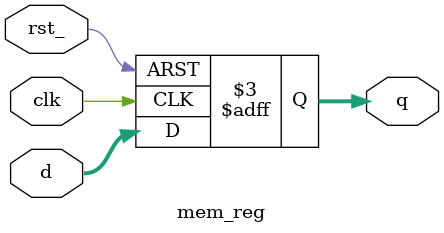
<source format=v>
module mem_reg(
    clk, rst_, d, q
);
    input clk, rst_;
    input [7:0] d;
    output reg [7:0] q;
  
    always @(posedge clk or negedge rst_) begin
      if(!rst_) begin 
            q <= 0;
        end 
        else begin
            q <= d;
        end 
    end 
endmodule : mem_reg
</source>
